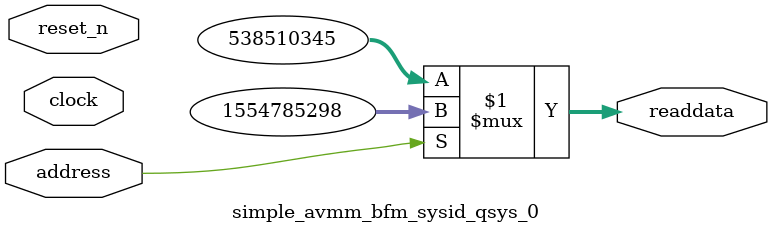
<source format=v>



// synthesis translate_off
`timescale 1ns / 1ps
// synthesis translate_on

// turn off superfluous verilog processor warnings 
// altera message_level Level1 
// altera message_off 10034 10035 10036 10037 10230 10240 10030 

module simple_avmm_bfm_sysid_qsys_0 (
               // inputs:
                address,
                clock,
                reset_n,

               // outputs:
                readdata
             )
;

  output  [ 31: 0] readdata;
  input            address;
  input            clock;
  input            reset_n;

  wire    [ 31: 0] readdata;
  //control_slave, which is an e_avalon_slave
  assign readdata = address ? 1554785298 : 538510345;

endmodule



</source>
